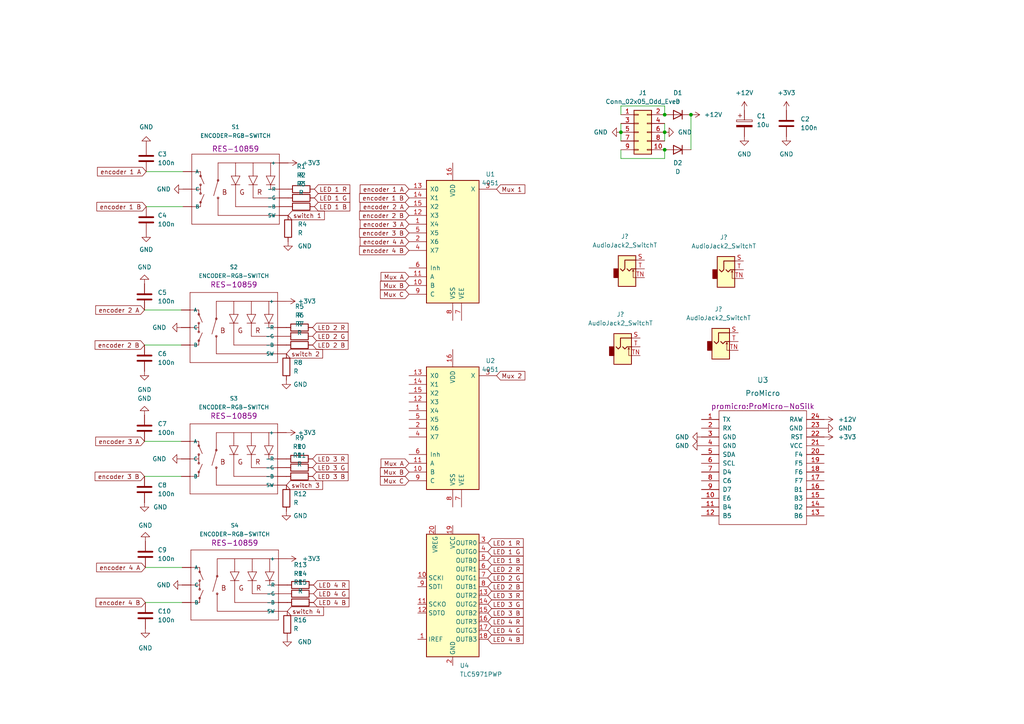
<source format=kicad_sch>
(kicad_sch (version 20211123) (generator eeschema)
  (paper "A4")
  (lib_symbols
    (symbol "4xxx:4051" (pin_names (offset 1.016))
      (property "Reference" "U" (at -7.62 19.05 0))
      (property "Value" "4051" (at -7.62 -19.05 0))
      (symbol "4051_1_0"
        (pin passive line (at -12.7 5.08 0) (length 5.08) (name "X4") (number "1"))
        (pin input line (at -12.7 -12.7 0) (length 5.08) (name "B") (number "10"))
        (pin input line (at -12.7 -10.16 0) (length 5.08) (name "A") (number "11"))
        (pin passive line (at -12.7 7.62 0) (length 5.08) (name "X3") (number "12"))
        (pin passive line (at -12.7 15.24 0) (length 5.08) (name "X0") (number "13"))
        (pin passive line (at -12.7 12.7 0) (length 5.08) (name "X1") (number "14"))
        (pin passive line (at -12.7 10.16 0) (length 5.08) (name "X2") (number "15"))
        (pin power_in line (at 0 22.86 270) (length 5.08) (name "VDD") (number "16"))
        (pin passive line (at -12.7 0 0) (length 5.08) (name "X6") (number "2"))
        (pin passive line (at 12.7 15.24 180) (length 5.08) (name "X") (number "3"))
        (pin passive line (at -12.7 -2.54 0) (length 5.08) (name "X7") (number "4"))
        (pin passive line (at -12.7 2.54 0) (length 5.08) (name "X5") (number "5"))
        (pin input line (at -12.7 -7.62 0) (length 5.08) (name "Inh") (number "6"))
        (pin power_in line (at 2.54 -22.86 90) (length 5.08) (name "VEE") (number "7"))
        (pin power_in line (at 0 -22.86 90) (length 5.08) (name "VSS") (number "8"))
        (pin input line (at -12.7 -15.24 0) (length 5.08) (name "C") (number "9"))
      )
      (symbol "4051_1_1"
        (rectangle (start -7.62 17.78) (end 7.62 -17.78) (stroke (width 0.254)) (fill (type background)))
      )
    )
    (symbol "Connector:AudioJack2_SwitchT"
      (property "Reference" "J" (at 0 8.89 0))
      (property "Value" "AudioJack2_SwitchT" (at 0 6.35 0))
      (symbol "AudioJack2_SwitchT_0_1"
        (rectangle (start -2.54 0) (end -3.81 -2.54) (stroke (width 0.254)) (fill (type outline)))
        (polyline (pts (xy 1.778 -0.254) (xy 2.032 -0.762)))
        (polyline (pts (xy 0 0) (xy 0.635 -0.635) (xy 1.27 0) (xy 2.54 0)) (stroke (width 0.254)))
        (polyline (pts (xy 2.54 -2.54) (xy 1.778 -2.54) (xy 1.778 -0.254) (xy 1.524 -0.762)))
        (polyline (pts (xy 2.54 2.54) (xy -0.635 2.54) (xy -0.635 0) (xy -1.27 -0.635) (xy -1.905 0)) (stroke (width 0.254)))
        (rectangle (start 2.54 3.81) (end -2.54 -5.08) (stroke (width 0.254)) (fill (type background)))
      )
      (symbol "AudioJack2_SwitchT_1_1"
        (pin passive line (at 5.08 2.54 180) (length 2.54) (name "~") (number "S"))
        (pin passive line (at 5.08 0 180) (length 2.54) (name "~") (number "T"))
        (pin passive line (at 5.08 -2.54 180) (length 2.54) (name "~") (number "TN"))
      )
    )
    (symbol "Connector_Generic:Conn_02x05_Odd_Even" (pin_names (offset 1.016) hide)
      (property "Reference" "J" (at 1.27 7.62 0))
      (property "Value" "Conn_02x05_Odd_Even" (at 1.27 -7.62 0))
      (symbol "Conn_02x05_Odd_Even_1_1"
        (rectangle (start -1.27 -4.953) (end 0 -5.207) (stroke (width 0.1524)))
        (rectangle (start -1.27 -2.413) (end 0 -2.667) (stroke (width 0.1524)))
        (rectangle (start -1.27 0.127) (end 0 -0.127) (stroke (width 0.1524)))
        (rectangle (start -1.27 2.667) (end 0 2.413) (stroke (width 0.1524)))
        (rectangle (start -1.27 5.207) (end 0 4.953) (stroke (width 0.1524)))
        (rectangle (start -1.27 6.35) (end 3.81 -6.35) (stroke (width 0.254)) (fill (type background)))
        (rectangle (start 3.81 -4.953) (end 2.54 -5.207) (stroke (width 0.1524)))
        (rectangle (start 3.81 -2.413) (end 2.54 -2.667) (stroke (width 0.1524)))
        (rectangle (start 3.81 0.127) (end 2.54 -0.127) (stroke (width 0.1524)))
        (rectangle (start 3.81 2.667) (end 2.54 2.413) (stroke (width 0.1524)))
        (rectangle (start 3.81 5.207) (end 2.54 4.953) (stroke (width 0.1524)))
        (pin passive line (at -5.08 5.08 0) (length 3.81) (name "Pin_1") (number "1"))
        (pin passive line (at 7.62 -5.08 180) (length 3.81) (name "Pin_10") (number "10"))
        (pin passive line (at 7.62 5.08 180) (length 3.81) (name "Pin_2") (number "2"))
        (pin passive line (at -5.08 2.54 0) (length 3.81) (name "Pin_3") (number "3"))
        (pin passive line (at 7.62 2.54 180) (length 3.81) (name "Pin_4") (number "4"))
        (pin passive line (at -5.08 0 0) (length 3.81) (name "Pin_5") (number "5"))
        (pin passive line (at 7.62 0 180) (length 3.81) (name "Pin_6") (number "6"))
        (pin passive line (at -5.08 -2.54 0) (length 3.81) (name "Pin_7") (number "7"))
        (pin passive line (at 7.62 -2.54 180) (length 3.81) (name "Pin_8") (number "8"))
        (pin passive line (at -5.08 -5.08 0) (length 3.81) (name "Pin_9") (number "9"))
      )
    )
    (symbol "Device:C" (pin_numbers hide) (pin_names (offset 0.254))
      (property "Reference" "C" (at 0.635 2.54 0))
      (property "Value" "C" (at 0.635 -2.54 0))
      (symbol "C_0_1"
        (polyline (pts (xy -2.032 -0.762) (xy 2.032 -0.762)) (stroke (width 0.508)))
        (polyline (pts (xy -2.032 0.762) (xy 2.032 0.762)) (stroke (width 0.508)))
      )
      (symbol "C_1_1"
        (pin passive line (at 0 3.81 270) (length 2.794) (name "~") (number "1"))
        (pin passive line (at 0 -3.81 90) (length 2.794) (name "~") (number "2"))
      )
    )
    (symbol "Device:C_Polarized" (pin_numbers hide) (pin_names (offset 0.254))
      (property "Reference" "C" (at 0.635 2.54 0))
      (property "Value" "C_Polarized" (at 0.635 -2.54 0))
      (symbol "C_Polarized_0_1"
        (rectangle (start -2.286 0.508) (end 2.286 1.016))
        (polyline (pts (xy -1.778 2.286) (xy -0.762 2.286)))
        (polyline (pts (xy -1.27 2.794) (xy -1.27 1.778)))
        (rectangle (start 2.286 -0.508) (end -2.286 -1.016) (fill (type outline)))
      )
      (symbol "C_Polarized_1_1"
        (pin passive line (at 0 3.81 270) (length 2.794) (name "~") (number "1"))
        (pin passive line (at 0 -3.81 90) (length 2.794) (name "~") (number "2"))
      )
    )
    (symbol "Device:D" (pin_numbers hide) (pin_names (offset 1.016) hide)
      (property "Reference" "D" (at 0 2.54 0))
      (property "Value" "D" (at 0 -2.54 0))
      (symbol "D_0_1"
        (polyline (pts (xy -1.27 1.27) (xy -1.27 -1.27)) (stroke (width 0.254)))
        (polyline (pts (xy 1.27 0) (xy -1.27 0)))
        (polyline (pts (xy 1.27 1.27) (xy 1.27 -1.27) (xy -1.27 0) (xy 1.27 1.27)) (stroke (width 0.254)))
      )
      (symbol "D_1_1"
        (pin passive line (at -3.81 0 0) (length 2.54) (name "K") (number "1"))
        (pin passive line (at 3.81 0 180) (length 2.54) (name "A") (number "2"))
      )
    )
    (symbol "Device:R" (pin_numbers hide) (pin_names (offset 0))
      (property "Reference" "R" (at 2.032 0 90))
      (property "Value" "R" (at 0 0 90))
      (symbol "R_0_1"
        (rectangle (start -1.016 -2.54) (end 1.016 2.54) (stroke (width 0.254)))
      )
      (symbol "R_1_1"
        (pin passive line (at 0 3.81 270) (length 1.27) (name "~") (number "1"))
        (pin passive line (at 0 -3.81 90) (length 1.27) (name "~") (number "2"))
      )
    )
    (symbol "Driver_LED:TLC5971PWP"
      (property "Reference" "U" (at 1.27 19.05 0))
      (property "Value" "TLC5971PWP" (at 1.27 -19.05 0))
      (symbol "TLC5971PWP_0_1"
        (rectangle (start -7.62 17.78) (end 7.62 -17.78) (stroke (width 0.254)) (fill (type background)))
        (pin input line (at -10.16 5.08 0) (length 2.54) (name "SCKI") (number "10"))
        (pin open_collector line (at 10.16 0 180) (length 2.54) (name "OUTR2") (number "13"))
        (pin open_collector line (at 10.16 -2.54 180) (length 2.54) (name "OUTG2") (number "14"))
        (pin open_collector line (at 10.16 -5.08 180) (length 2.54) (name "OUTB2") (number "15"))
        (pin open_collector line (at 10.16 -7.62 180) (length 2.54) (name "OUTR3") (number "16"))
        (pin open_collector line (at 10.16 -10.16 180) (length 2.54) (name "OUTG3") (number "17"))
        (pin open_collector line (at 10.16 -12.7 180) (length 2.54) (name "OUTB3") (number "18"))
        (pin power_in line (at 0 20.32 270) (length 2.54) (name "VCC") (number "19"))
        (pin power_in line (at 0 -20.32 90) (length 2.54) (name "GND") (number "2"))
        (pin passive line (at -5.08 20.32 270) (length 2.54) (name "VREG") (number "20"))
        (pin passive line (at 0 -20.32 90) (length 2.54) hide (name "GND") (number "21"))
        (pin open_collector line (at 10.16 15.24 180) (length 2.54) (name "OUTR0") (number "3"))
        (pin open_collector line (at 10.16 12.7 180) (length 2.54) (name "OUTG0") (number "4"))
        (pin open_collector line (at 10.16 10.16 180) (length 2.54) (name "OUTB0") (number "5"))
        (pin open_collector line (at 10.16 7.62 180) (length 2.54) (name "OUTR1") (number "6"))
        (pin open_collector line (at 10.16 5.08 180) (length 2.54) (name "OUTG1") (number "7"))
        (pin open_collector line (at 10.16 2.54 180) (length 2.54) (name "OUTB1") (number "8"))
        (pin input line (at -10.16 2.54 0) (length 2.54) (name "SDTI") (number "9"))
      )
      (symbol "TLC5971PWP_1_1"
        (pin passive line (at -10.16 -12.7 0) (length 2.54) (name "IREF") (number "1"))
        (pin output line (at -10.16 -2.54 0) (length 2.54) (name "SCKO") (number "11"))
        (pin output line (at -10.16 -5.08 0) (length 2.54) (name "SDTO") (number "12"))
      )
    )
    (symbol "SparkFun-Switches:ENCODER-RGB-SWITCH" (pin_numbers hide) (pin_names (offset 1.016))
      (property "Reference" "S" (at -12.7 11.43 0))
      (property "Value" "ENCODER-RGB-SWITCH" (at -12.7 -12.7 0))
      (property "Field4" "RES-10859" (at 0 15.24 0))
      (symbol "ENCODER-RGB-SWITCH_1_0"
        (polyline (pts (xy -12.7 -10.16) (xy 12.7 -10.16)))
        (polyline (pts (xy -12.7 -5.08) (xy -12.7 -10.16)))
        (polyline (pts (xy -12.7 0) (xy -12.7 -5.08)))
        (polyline (pts (xy -12.7 5.08) (xy -12.7 0)))
        (polyline (pts (xy -12.7 5.08) (xy -10.16 5.08)))
        (polyline (pts (xy -12.7 10.16) (xy -12.7 5.08)))
        (polyline (pts (xy -10.16 -5.08) (xy -12.7 -5.08)))
        (polyline (pts (xy -10.16 -5.08) (xy -10.16 -3.81)))
        (polyline (pts (xy -10.16 -3.81) (xy -9.144 -1.524)))
        (polyline (pts (xy -10.16 0) (xy -12.7 0)))
        (polyline (pts (xy -10.16 0) (xy -10.16 -1.27)))
        (polyline (pts (xy -10.16 0) (xy -10.16 1.27)))
        (polyline (pts (xy -10.16 3.81) (xy -9.144 1.524)))
        (polyline (pts (xy -10.16 5.08) (xy -10.16 3.81)))
        (polyline (pts (xy -5.08 -7.62) (xy -5.08 -2.54)))
        (polyline (pts (xy -5.08 -7.62) (xy 12.7 -7.62)))
        (polyline (pts (xy -5.08 2.54) (xy -6.35 -1.905)))
        (polyline (pts (xy -5.08 7.62) (xy -5.08 2.54)))
        (polyline (pts (xy -5.08 7.62) (xy 0 7.62)))
        (polyline (pts (xy -1.27 1.27) (xy 0 1.27)))
        (polyline (pts (xy -1.27 3.81) (xy 0 1.27)))
        (polyline (pts (xy -1.27 3.81) (xy 0 3.81)))
        (polyline (pts (xy 0 -5.08) (xy 0 1.27)))
        (polyline (pts (xy 0 -5.08) (xy 12.7 -5.08)))
        (polyline (pts (xy 0 1.27) (xy 1.27 1.27)))
        (polyline (pts (xy 0 1.27) (xy 1.27 3.81)))
        (polyline (pts (xy 0 3.81) (xy 1.27 3.81)))
        (polyline (pts (xy 0 7.62) (xy 0 3.81)))
        (polyline (pts (xy 0 7.62) (xy 5.08 7.62)))
        (polyline (pts (xy 3.81 1.27) (xy 5.08 1.27)))
        (polyline (pts (xy 3.81 3.81) (xy 5.08 1.27)))
        (polyline (pts (xy 3.81 3.81) (xy 5.08 3.81)))
        (polyline (pts (xy 5.08 -2.54) (xy 5.08 1.27)))
        (polyline (pts (xy 5.08 -2.54) (xy 12.7 -2.54)))
        (polyline (pts (xy 5.08 1.27) (xy 6.35 1.27)))
        (polyline (pts (xy 5.08 1.27) (xy 6.35 3.81)))
        (polyline (pts (xy 5.08 3.81) (xy 6.35 3.81)))
        (polyline (pts (xy 5.08 7.62) (xy 5.08 3.81)))
        (polyline (pts (xy 5.08 7.62) (xy 10.16 7.62)))
        (polyline (pts (xy 8.89 1.27) (xy 10.16 1.27)))
        (polyline (pts (xy 8.89 3.81) (xy 10.16 1.27)))
        (polyline (pts (xy 8.89 3.81) (xy 10.16 3.81)))
        (polyline (pts (xy 10.16 0) (xy 10.16 1.27)))
        (polyline (pts (xy 10.16 0) (xy 12.7 0)))
        (polyline (pts (xy 10.16 1.27) (xy 11.43 1.27)))
        (polyline (pts (xy 10.16 1.27) (xy 11.43 3.81)))
        (polyline (pts (xy 10.16 3.81) (xy 11.43 3.81)))
        (polyline (pts (xy 10.16 7.62) (xy 10.16 3.81)))
        (polyline (pts (xy 10.16 7.62) (xy 12.7 7.62)))
        (polyline (pts (xy 12.7 10.16) (xy -12.7 10.16)))
        (polyline (pts (xy 12.7 10.16) (xy 12.7 -10.16)))
        (text "B" (at -3.2004 -0.889 0) (effects (font (size 1.4224 1.4224))))
        (text "G" (at 1.8796 -0.889 0) (effects (font (size 1.4224 1.4224))))
        (text "R" (at 6.9596 -0.889 0) (effects (font (size 1.4224 1.4224))))
      )
      (symbol "ENCODER-RGB-SWITCH_1_1"
        (circle (center -10.16 -3.81) (radius 0.254))
        (circle (center -10.16 -1.27) (radius 0.254))
        (circle (center -10.16 1.27) (radius 0.254))
        (circle (center -10.16 3.81) (radius 0.254))
        (circle (center -5.08 -2.54) (radius 0.254))
        (circle (center -5.08 2.54) (radius 0.254))
        (pin passive line (at 15.24 0 180) (length 2.54) (name "-R") (number "1"))
        (pin passive line (at 15.24 -2.54 180) (length 2.54) (name "-G") (number "2"))
        (pin passive line (at 15.24 -7.62 180) (length 2.54) (name "SW") (number "3"))
        (pin passive line (at 15.24 -5.08 180) (length 2.54) (name "-B") (number "4"))
        (pin passive line (at 15.24 7.62 180) (length 2.54) (name "+") (number "5"))
        (pin bidirectional line (at -15.24 5.08 0) (length 2.54) (name "A") (number "A"))
        (pin bidirectional line (at -15.24 -5.08 0) (length 2.54) (name "B") (number "B"))
        (pin bidirectional line (at -15.24 0 0) (length 2.54) (name "C") (number "C"))
      )
    )
    (symbol "power:+12V" (power) (pin_names (offset 0))
      (property "Value" "+12V" (at 0 3.556 0))
      (symbol "+12V_0_1"
        (polyline (pts (xy -0.762 1.27) (xy 0 2.54)))
        (polyline (pts (xy 0 0) (xy 0 2.54)))
        (polyline (pts (xy 0 2.54) (xy 0.762 1.27)))
      )
      (symbol "+12V_1_1"
        (pin power_in line (at 0 0 90) (length 0) hide (name "+12V") (number "1"))
      )
    )
    (symbol "power:+3V3" (power) (pin_names (offset 0))
      (property "Value" "+3V3" (at 0 3.556 0))
      (symbol "+3V3_0_1"
        (polyline (pts (xy -0.762 1.27) (xy 0 2.54)))
        (polyline (pts (xy 0 0) (xy 0 2.54)))
        (polyline (pts (xy 0 2.54) (xy 0.762 1.27)))
      )
      (symbol "+3V3_1_1"
        (pin power_in line (at 0 0 90) (length 0) hide (name "+3V3") (number "1"))
      )
    )
    (symbol "power:GND" (power) (pin_names (offset 0))
      (property "Value" "GND" (at 0 -3.81 0))
      (symbol "GND_0_1"
        (polyline (pts (xy 0 0) (xy 0 -1.27) (xy 1.27 -1.27) (xy 0 -2.54) (xy -1.27 -1.27) (xy 0 -1.27)))
      )
      (symbol "GND_1_1"
        (pin power_in line (at 0 0 270) (length 0) hide (name "GND") (number "1"))
      )
    )
    (symbol "promicro:ProMicro" (pin_names (offset 1.016))
      (property "Reference" "U" (at 0 24.13 0))
      (property "Value" "ProMicro" (at 0 -13.97 0))
      (symbol "ProMicro_0_1"
        (rectangle (start -12.7 21.59) (end 12.7 -11.43))
      )
      (symbol "ProMicro_1_1"
        (pin bidirectional line (at -17.78 19.05 0) (length 5.08) (name "TX") (number "1"))
        (pin bidirectional line (at -17.78 -3.81 0) (length 5.08) (name "E6") (number "10"))
        (pin bidirectional line (at -17.78 -6.35 0) (length 5.08) (name "B4") (number "11"))
        (pin bidirectional line (at -17.78 -8.89 0) (length 5.08) (name "B5") (number "12"))
        (pin bidirectional line (at 17.78 -8.89 180) (length 5.08) (name "B6") (number "13"))
        (pin bidirectional line (at 17.78 -6.35 180) (length 5.08) (name "B2") (number "14"))
        (pin bidirectional line (at 17.78 -3.81 180) (length 5.08) (name "B3") (number "15"))
        (pin bidirectional line (at 17.78 -1.27 180) (length 5.08) (name "B1") (number "16"))
        (pin bidirectional line (at 17.78 1.27 180) (length 5.08) (name "F7") (number "17"))
        (pin bidirectional line (at 17.78 3.81 180) (length 5.08) (name "F6") (number "18"))
        (pin bidirectional line (at 17.78 6.35 180) (length 5.08) (name "F5") (number "19"))
        (pin bidirectional line (at -17.78 16.51 0) (length 5.08) (name "RX") (number "2"))
        (pin bidirectional line (at 17.78 8.89 180) (length 5.08) (name "F4") (number "20"))
        (pin power_in line (at 17.78 11.43 180) (length 5.08) (name "VCC") (number "21"))
        (pin input line (at 17.78 13.97 180) (length 5.08) (name "RST") (number "22"))
        (pin power_in line (at 17.78 16.51 180) (length 5.08) (name "GND") (number "23"))
        (pin power_out line (at 17.78 19.05 180) (length 5.08) (name "RAW") (number "24"))
        (pin power_in line (at -17.78 13.97 0) (length 5.08) (name "GND") (number "3"))
        (pin power_in line (at -17.78 11.43 0) (length 5.08) (name "GND") (number "4"))
        (pin bidirectional line (at -17.78 8.89 0) (length 5.08) (name "SDA") (number "5"))
        (pin bidirectional line (at -17.78 6.35 0) (length 5.08) (name "SCL") (number "6"))
        (pin bidirectional line (at -17.78 3.81 0) (length 5.08) (name "D4") (number "7"))
        (pin bidirectional line (at -17.78 1.27 0) (length 5.08) (name "C6") (number "8"))
        (pin bidirectional line (at -17.78 -1.27 0) (length 5.08) (name "D7") (number "9"))
      )
    )
  )
  (junction (at 200.406 33.274))
  (junction (at 192.786 43.434))
  (junction (at 192.786 33.274))
  (junction (at 180.086 38.354))
  (junction (at 192.786 38.354))
  (wire (pts (xy 41.91 89.916) (xy 52.578 89.916)))
  (wire (pts (xy 41.91 138.176) (xy 52.578 138.176)))
  (wire (pts (xy 180.086 33.274) (xy 180.086 30.734)))
  (wire (pts (xy 192.786 43.434) (xy 192.786 45.974)))
  (wire (pts (xy 180.086 30.734) (xy 192.786 30.734)))
  (wire (pts (xy 42.418 49.784) (xy 53.086 49.784)))
  (wire (pts (xy 41.91 100.076) (xy 52.578 100.076)))
  (wire (pts (xy 180.086 45.974) (xy 192.786 45.974)))
  (wire (pts (xy 180.086 38.354) (xy 180.086 40.894)))
  (wire (pts (xy 41.91 128.016) (xy 52.578 128.016)))
  (wire (pts (xy 42.418 59.944) (xy 53.086 59.944)))
  (wire (pts (xy 42.164 164.592) (xy 52.832 164.592)))
  (wire (pts (xy 192.786 38.354) (xy 192.786 40.894)))
  (wire (pts (xy 180.086 35.814) (xy 180.086 38.354)))
  (wire (pts (xy 180.086 43.434) (xy 180.086 45.974)))
  (wire (pts (xy 200.406 33.274) (xy 200.406 43.434)))
  (wire (pts (xy 192.786 35.814) (xy 192.786 38.354)))
  (wire (pts (xy 42.164 174.752) (xy 52.832 174.752)))
  (wire (pts (xy 192.786 30.734) (xy 192.786 33.274)))
  (global_label "LED 2 R" (shape input) (at 141.478 165.1 0) (property "Intersheet References" "${INTERSHEET_REFS}" (effects hide)))
  (global_label "LED 2 B" (shape input) (at 141.478 170.18 0) (property "Intersheet References" "${INTERSHEET_REFS}" (effects hide)))
  (global_label "LED 4 B" (shape input) (at 90.932 174.752 0) (property "Intersheet References" "${INTERSHEET_REFS}" (effects hide)))
  (global_label "encoder 4 B" (shape input) (at 42.164 174.752 180) (property "Intersheet References" "${INTERSHEET_REFS}" (effects hide)))
  (global_label "encoder 3 B" (shape input) (at 118.618 67.564 180) (property "Intersheet References" "${INTERSHEET_REFS}" (effects hide)))
  (global_label "encoder 1 A" (shape input) (at 118.618 54.864 180) (property "Intersheet References" "${INTERSHEET_REFS}" (effects hide)))
  (global_label "Mux C" (shape input) (at 118.618 139.446 180) (property "Intersheet References" "${INTERSHEET_REFS}" (effects hide)))
  (global_label "LED 3 R" (shape input) (at 90.678 133.096 0) (property "Intersheet References" "${INTERSHEET_REFS}" (effects hide)))
  (global_label "encoder 1 B" (shape input) (at 42.418 59.944 180) (property "Intersheet References" "${INTERSHEET_REFS}" (effects hide)))
  (global_label "LED 1 G" (shape input) (at 141.478 160.02 0) (property "Intersheet References" "${INTERSHEET_REFS}" (effects hide)))
  (global_label "switch 2" (shape input) (at 83.058 102.616 0) (property "Intersheet References" "${INTERSHEET_REFS}" (effects hide)))
  (global_label "LED 4 R" (shape input) (at 90.932 169.672 0) (property "Intersheet References" "${INTERSHEET_REFS}" (effects hide)))
  (global_label "encoder 2 A" (shape input) (at 41.91 89.916 180) (property "Intersheet References" "${INTERSHEET_REFS}" (effects hide)))
  (global_label "encoder 4 A" (shape input) (at 118.618 70.104 180) (property "Intersheet References" "${INTERSHEET_REFS}" (effects hide)))
  (global_label "LED 2 G" (shape input) (at 90.678 97.536 0) (property "Intersheet References" "${INTERSHEET_REFS}" (effects hide)))
  (global_label "Mux C" (shape input) (at 118.618 85.344 180) (property "Intersheet References" "${INTERSHEET_REFS}" (effects hide)))
  (global_label "LED 2 G" (shape input) (at 141.478 167.64 0) (property "Intersheet References" "${INTERSHEET_REFS}" (effects hide)))
  (global_label "LED 1 R" (shape input) (at 91.186 54.864 0) (property "Intersheet References" "${INTERSHEET_REFS}" (effects hide)))
  (global_label "encoder 2 B" (shape input) (at 41.91 100.076 180) (property "Intersheet References" "${INTERSHEET_REFS}" (effects hide)))
  (global_label "LED 4 G" (shape input) (at 90.932 172.212 0) (property "Intersheet References" "${INTERSHEET_REFS}" (effects hide)))
  (global_label "LED 1 R" (shape input) (at 141.478 157.48 0) (property "Intersheet References" "${INTERSHEET_REFS}" (effects hide)))
  (global_label "LED 2 B" (shape input) (at 90.678 100.076 0) (property "Intersheet References" "${INTERSHEET_REFS}" (effects hide)))
  (global_label "encoder 1 A" (shape input) (at 42.418 49.784 180) (property "Intersheet References" "${INTERSHEET_REFS}" (effects hide)))
  (global_label "LED 4 R" (shape input) (at 141.478 180.34 0) (property "Intersheet References" "${INTERSHEET_REFS}" (effects hide)))
  (global_label "Mux B" (shape input) (at 118.618 82.804 180) (property "Intersheet References" "${INTERSHEET_REFS}" (effects hide)))
  (global_label "Mux 2" (shape input) (at 144.018 108.966 0) (property "Intersheet References" "${INTERSHEET_REFS}" (effects hide)))
  (global_label "encoder 2 B" (shape input) (at 118.618 62.484 180) (property "Intersheet References" "${INTERSHEET_REFS}" (effects hide)))
  (global_label "LED 1 G" (shape input) (at 91.186 57.404 0) (property "Intersheet References" "${INTERSHEET_REFS}" (effects hide)))
  (global_label "LED 1 B" (shape input) (at 141.478 162.56 0) (property "Intersheet References" "${INTERSHEET_REFS}" (effects hide)))
  (global_label "Mux 1" (shape input) (at 144.018 54.864 0) (property "Intersheet References" "${INTERSHEET_REFS}" (effects hide)))
  (global_label "LED 1 B" (shape input) (at 91.186 59.944 0) (property "Intersheet References" "${INTERSHEET_REFS}" (effects hide)))
  (global_label "encoder 4 A" (shape input) (at 42.164 164.592 180) (property "Intersheet References" "${INTERSHEET_REFS}" (effects hide)))
  (global_label "LED 4 B" (shape input) (at 141.478 185.42 0) (property "Intersheet References" "${INTERSHEET_REFS}" (effects hide)))
  (global_label "LED 3 G" (shape input) (at 90.678 135.636 0) (property "Intersheet References" "${INTERSHEET_REFS}" (effects hide)))
  (global_label "Mux B" (shape input) (at 118.618 136.906 180) (property "Intersheet References" "${INTERSHEET_REFS}" (effects hide)))
  (global_label "encoder 1 B" (shape input) (at 118.618 57.404 180) (property "Intersheet References" "${INTERSHEET_REFS}" (effects hide)))
  (global_label "encoder 4 B" (shape input) (at 118.618 72.644 180) (property "Intersheet References" "${INTERSHEET_REFS}" (effects hide)))
  (global_label "LED 2 R" (shape input) (at 90.678 94.996 0) (property "Intersheet References" "${INTERSHEET_REFS}" (effects hide)))
  (global_label "LED 3 R" (shape input) (at 141.478 172.72 0) (property "Intersheet References" "${INTERSHEET_REFS}" (effects hide)))
  (global_label "encoder 3 A" (shape input) (at 118.618 65.024 180) (property "Intersheet References" "${INTERSHEET_REFS}" (effects hide)))
  (global_label "switch 4" (shape input) (at 83.312 177.292 0) (property "Intersheet References" "${INTERSHEET_REFS}" (effects hide)))
  (global_label "LED 3 B" (shape input) (at 90.678 138.176 0) (property "Intersheet References" "${INTERSHEET_REFS}" (effects hide)))
  (global_label "Mux A" (shape input) (at 118.618 134.366 180) (property "Intersheet References" "${INTERSHEET_REFS}" (effects hide)))
  (global_label "LED 3 B" (shape input) (at 141.478 177.8 0) (property "Intersheet References" "${INTERSHEET_REFS}" (effects hide)))
  (global_label "LED 4 G" (shape input) (at 141.478 182.88 0) (property "Intersheet References" "${INTERSHEET_REFS}" (effects hide)))
  (global_label "encoder 2 A" (shape input) (at 118.618 59.944 180) (property "Intersheet References" "${INTERSHEET_REFS}" (effects hide)))
  (global_label "LED 3 G" (shape input) (at 141.478 175.26 0) (property "Intersheet References" "${INTERSHEET_REFS}" (effects hide)))
  (global_label "encoder 3 B" (shape input) (at 41.91 138.176 180) (property "Intersheet References" "${INTERSHEET_REFS}" (effects hide)))
  (global_label "switch 3" (shape input) (at 83.058 140.716 0) (property "Intersheet References" "${INTERSHEET_REFS}" (effects hide)))
  (global_label "Mux A" (shape input) (at 118.618 80.264 180) (property "Intersheet References" "${INTERSHEET_REFS}" (effects hide)))
  (global_label "encoder 3 A" (shape input) (at 41.91 128.016 180) (property "Intersheet References" "${INTERSHEET_REFS}" (effects hide)))
  (global_label "switch 1" (shape input) (at 83.566 62.484 0) (property "Intersheet References" "${INTERSHEET_REFS}" (effects hide)))
  (symbol (lib_id "power:GND") (at 180.086 38.354 270) (unit 1)
    (property "Reference" "#PWR04" (effects hide))
    (property "Value" "GND" (at 176.276 38.3539 90) (effects (justify right)))
  )
  (symbol (lib_id "Device:C") (at 42.164 160.782 0) (unit 1)
    (property "Reference" "C9" (at 45.72 159.5119 0) (effects (justify left)))
    (property "Value" "100n" (at 45.72 162.0519 0) (effects (justify left)))
    (property "Footprint" "Capacitor_SMD:C_0805_2012Metric_Pad1.18x1.45mm_HandSolder" (effects hide))
  )
  (symbol (lib_id "Device:R") (at 87.122 172.212 90) (unit 1)
    (property "Reference" "R14" (at 87.122 166.37 90))
    (property "Value" "R" (at 87.122 168.91 90))
    (property "Footprint" "Resistor_SMD:R_0805_2012Metric_Pad1.20x1.40mm_HandSolder" (effects hide))
  )
  (symbol (lib_id "SparkFun-Switches:ENCODER-RGB-SWITCH") (at 67.818 133.096 0) (unit 1)
    (property "Reference" "S3" (at 67.818 115.57 0) (effects (font (size 1.143 1.143))))
    (property "Value" "ENCODER-RGB-SWITCH" (at 67.818 118.11 0) (effects (font (size 1.143 1.143))))
    (property "Footprint" "Switches:ENCODER_LED_3" (effects hide))
    (property "Field4" "RES-10859" (at 67.818 120.65 0) (effects (font (size 1.524 1.524))))
  )
  (symbol (lib_id "power:GND") (at 41.91 107.696 0) (unit 1)
    (property "Reference" "#PWR016" (effects hide))
    (property "Value" "GND" (at 41.91 113.03 0))
  )
  (symbol (lib_id "Device:C") (at 42.418 63.754 0) (unit 1)
    (property "Reference" "C4" (at 45.72 62.4839 0) (effects (justify left)))
    (property "Value" "100n" (at 45.72 65.0239 0) (effects (justify left)))
    (property "Footprint" "Capacitor_SMD:C_0805_2012Metric_Pad1.18x1.45mm_HandSolder" (effects hide))
  )
  (symbol (lib_id "SparkFun-Switches:ENCODER-RGB-SWITCH") (at 68.072 169.672 0) (unit 1)
    (property "Reference" "S4" (at 68.072 152.4 0) (effects (font (size 1.143 1.143))))
    (property "Value" "ENCODER-RGB-SWITCH" (at 68.072 154.94 0) (effects (font (size 1.143 1.143))))
    (property "Footprint" "Switches:ENCODER_LED_3" (effects hide))
    (property "Field4" "RES-10859" (at 68.072 157.48 0) (effects (font (size 1.524 1.524))))
  )
  (symbol (lib_id "promicro:ProMicro") (at 221.234 140.716 0) (unit 1)
    (property "Reference" "U3" (at 221.234 110.236 0) (effects (font (size 1.524 1.524))))
    (property "Value" "ProMicro" (at 221.234 114.046 0) (effects (font (size 1.524 1.524))))
    (property "Footprint" "promicro:ProMicro-NoSilk" (at 221.234 117.856 0) (effects (font (size 1.524 1.524))))
  )
  (symbol (lib_id "SparkFun-Switches:ENCODER-RGB-SWITCH") (at 68.326 54.864 0) (unit 1)
    (property "Reference" "S1" (at 68.326 36.83 0) (effects (font (size 1.143 1.143))))
    (property "Value" "ENCODER-RGB-SWITCH" (at 68.326 39.37 0) (effects (font (size 1.143 1.143))))
    (property "Footprint" "Switches:ENCODER_LED_3" (effects hide))
    (property "Field4" "RES-10859" (at 68.326 43.18 0) (effects (font (size 1.524 1.524))))
  )
  (symbol (lib_id "power:GND") (at 42.418 42.164 180) (unit 1)
    (property "Reference" "#PWR08" (effects hide))
    (property "Value" "GND" (at 42.418 36.83 0))
  )
  (symbol (lib_id "Device:R") (at 83.566 66.294 180) (unit 1)
    (property "Reference" "R4" (at 86.36 65.0239 0) (effects (justify right)))
    (property "Value" "R" (at 86.36 67.5639 0) (effects (justify right)))
    (property "Footprint" "Resistor_SMD:R_0805_2012Metric_Pad1.20x1.40mm_HandSolder" (effects hide))
  )
  (symbol (lib_id "Device:C") (at 41.91 124.206 0) (unit 1)
    (property "Reference" "C7" (at 45.72 122.9359 0) (effects (justify left)))
    (property "Value" "100n" (at 45.72 125.4759 0) (effects (justify left)))
    (property "Footprint" "Capacitor_SMD:C_0805_2012Metric_Pad1.18x1.45mm_HandSolder" (effects hide))
  )
  (symbol (lib_id "power:+3V3") (at 83.312 162.052 270) (unit 1)
    (property "Reference" "#PWR029" (effects hide))
    (property "Value" "+3V3" (at 87.63 162.0519 90) (effects (justify left)))
  )
  (symbol (lib_id "Device:R") (at 86.868 97.536 90) (unit 1)
    (property "Reference" "R6" (at 86.868 91.44 90))
    (property "Value" "R" (at 86.868 93.98 90))
    (property "Footprint" "Resistor_SMD:R_0805_2012Metric_Pad1.20x1.40mm_HandSolder" (effects hide))
  )
  (symbol (lib_id "Device:R") (at 87.122 169.672 90) (unit 1)
    (property "Reference" "R13" (at 87.122 163.83 90))
    (property "Value" "R" (at 87.122 166.37 90))
    (property "Footprint" "Resistor_SMD:R_0805_2012Metric_Pad1.20x1.40mm_HandSolder" (effects hide))
  )
  (symbol (lib_id "4xxx:4051") (at 131.318 124.206 0) (unit 1)
    (property "Reference" "U2" (at 142.24 104.6353 0))
    (property "Value" "4051" (at 142.24 107.1753 0))
    (property "Footprint" "Package_SO:TSSOP-16_4.4x5mm_P0.65mm" (effects hide))
    (property "Datasheet" "http://www.intersil.com/content/dam/Intersil/documents/cd40/cd4051bms-52bms-53bms.pdf" (effects hide))
  )
  (symbol (lib_id "Device:R") (at 83.058 106.426 180) (unit 1)
    (property "Reference" "R8" (at 85.09 105.1559 0) (effects (justify right)))
    (property "Value" "R" (at 85.09 107.6959 0) (effects (justify right)))
    (property "Footprint" "Resistor_SMD:R_0805_2012Metric_Pad1.20x1.40mm_HandSolder" (effects hide))
  )
  (symbol (lib_id "power:GND") (at 42.164 182.372 0) (unit 1)
    (property "Reference" "#PWR031" (effects hide))
    (property "Value" "GND" (at 42.164 187.96 0))
  )
  (symbol (lib_id "power:GND") (at 192.786 38.354 90) (unit 1)
    (property "Reference" "#PWR05" (effects hide))
    (property "Value" "GND" (at 196.596 38.3539 90) (effects (justify right)))
  )
  (symbol (lib_id "power:GND") (at 83.058 148.336 0) (unit 1)
    (property "Reference" "#PWR027" (effects hide))
    (property "Value" "GND" (at 85.09 149.6059 0) (effects (justify left)))
  )
  (symbol (lib_id "power:GND") (at 52.832 169.672 270) (unit 1)
    (property "Reference" "#PWR030" (effects hide))
    (property "Value" "GND" (at 49.53 169.6719 90) (effects (justify right)))
  )
  (symbol (lib_id "4xxx:4051") (at 131.318 70.104 0) (unit 1)
    (property "Reference" "U1" (at 142.24 50.5333 0))
    (property "Value" "4051" (at 142.24 53.0733 0))
    (property "Footprint" "Package_SO:TSSOP-16_4.4x5mm_P0.65mm" (effects hide))
    (property "Datasheet" "http://www.intersil.com/content/dam/Intersil/documents/cd40/cd4051bms-52bms-53bms.pdf" (effects hide))
  )
  (symbol (lib_id "Device:R") (at 86.868 100.076 90) (unit 1)
    (property "Reference" "R7" (at 86.868 93.98 90))
    (property "Value" "R" (at 86.868 96.52 90))
    (property "Footprint" "Resistor_SMD:R_0805_2012Metric_Pad1.20x1.40mm_HandSolder" (effects hide))
  )
  (symbol (lib_id "power:GND") (at 215.9 39.624 0) (unit 1)
    (property "Reference" "#PWR06" (effects hide))
    (property "Value" "GND" (at 215.9 44.704 0))
  )
  (symbol (lib_id "Device:R") (at 86.868 94.996 90) (unit 1)
    (property "Reference" "R5" (at 86.868 88.9 90))
    (property "Value" "R" (at 86.868 91.44 90))
    (property "Footprint" "Resistor_SMD:R_0805_2012Metric_Pad1.20x1.40mm_HandSolder" (effects hide))
  )
  (symbol (lib_id "power:+12V") (at 239.014 121.666 270) (unit 1)
    (property "Reference" "#PWR019" (effects hide))
    (property "Value" "+12V" (at 243.078 121.6659 90) (effects (justify left)))
  )
  (symbol (lib_id "Device:D") (at 196.596 33.274 180) (unit 1)
    (property "Reference" "D1" (at 196.596 26.924 0))
    (property "Value" "D" (at 196.596 29.464 0))
    (property "Footprint" "Diode_SMD:D_SOD-123" (effects hide))
  )
  (symbol (lib_id "power:GND") (at 239.014 124.206 90) (mirror x) (unit 1)
    (property "Reference" "#PWR020" (effects hide))
    (property "Value" "GND" (at 243.078 124.2059 90) (effects (justify right)))
  )
  (symbol (lib_id "Device:R") (at 86.868 138.176 90) (unit 1)
    (property "Reference" "R11" (at 86.868 132.08 90))
    (property "Value" "R" (at 86.868 134.62 90))
    (property "Footprint" "Resistor_SMD:R_0805_2012Metric_Pad1.20x1.40mm_HandSolder" (effects hide))
  )
  (symbol (lib_id "Connector:AudioJack2_SwitchT") (at 181.864 77.978 0) (unit 1)
    (property "Reference" "J?" (at 181.229 68.58 0))
    (property "Value" "AudioJack2_SwitchT" (at 181.229 71.12 0))
  )
  (symbol (lib_id "Device:R") (at 87.122 174.752 90) (unit 1)
    (property "Reference" "R15" (at 87.122 168.91 90))
    (property "Value" "R" (at 87.122 171.45 90))
    (property "Footprint" "Resistor_SMD:R_0805_2012Metric_Pad1.20x1.40mm_HandSolder" (effects hide))
  )
  (symbol (lib_id "power:+3V3") (at 83.058 125.476 270) (unit 1)
    (property "Reference" "#PWR021" (effects hide))
    (property "Value" "+3V3" (at 86.36 125.4759 90) (effects (justify left)))
  )
  (symbol (lib_id "Device:C") (at 228.092 35.814 0) (unit 1)
    (property "Reference" "C2" (at 232.156 34.5439 0) (effects (justify left)))
    (property "Value" "100n" (at 232.156 37.0839 0) (effects (justify left)))
    (property "Footprint" "Capacitor_SMD:C_0805_2012Metric_Pad1.18x1.45mm_HandSolder" (effects hide))
  )
  (symbol (lib_id "power:+3V3") (at 83.058 87.376 270) (unit 1)
    (property "Reference" "#PWR014" (effects hide))
    (property "Value" "+3V3" (at 86.36 87.3759 90) (effects (justify left)))
  )
  (symbol (lib_id "power:GND") (at 83.566 70.104 0) (unit 1)
    (property "Reference" "#PWR012" (effects hide))
    (property "Value" "GND" (at 86.36 71.3739 0) (effects (justify left)))
  )
  (symbol (lib_id "power:GND") (at 203.454 126.746 270) (unit 1)
    (property "Reference" "#PWR022" (effects hide))
    (property "Value" "GND" (at 199.898 126.7459 90) (effects (justify right)))
  )
  (symbol (lib_id "Connector:AudioJack2_SwitchT") (at 180.594 100.584 0) (unit 1)
    (property "Reference" "J?" (at 179.959 91.186 0))
    (property "Value" "AudioJack2_SwitchT" (at 179.959 93.726 0))
  )
  (symbol (lib_id "power:GND") (at 83.312 184.912 0) (unit 1)
    (property "Reference" "#PWR032" (effects hide))
    (property "Value" "GND" (at 86.36 186.1819 0) (effects (justify left)))
  )
  (symbol (lib_id "Device:C_Polarized") (at 215.9 35.814 0) (unit 1)
    (property "Reference" "C1" (at 219.456 33.6549 0) (effects (justify left)))
    (property "Value" "10u" (at 219.456 36.1949 0) (effects (justify left)))
    (property "Footprint" "Capacitor_SMD:CP_Elec_5x4.5" (effects hide))
  )
  (symbol (lib_id "power:GND") (at 53.086 54.864 270) (unit 1)
    (property "Reference" "#PWR010" (effects hide))
    (property "Value" "GND" (at 49.53 54.8639 90) (effects (justify right)))
  )
  (symbol (lib_id "Device:D") (at 196.596 43.434 180) (unit 1)
    (property "Reference" "D2" (at 196.596 47.244 0))
    (property "Value" "D" (at 196.596 49.784 0))
    (property "Footprint" "Diode_SMD:D_SOD-123" (effects hide))
  )
  (symbol (lib_id "power:+12V") (at 200.406 33.274 270) (unit 1)
    (property "Reference" "#PWR03" (effects hide))
    (property "Value" "+12V" (at 204.216 33.2739 90) (effects (justify left)))
  )
  (symbol (lib_id "power:+3V3") (at 239.014 126.746 270) (unit 1)
    (property "Reference" "#PWR023" (effects hide))
    (property "Value" "+3V3" (at 243.078 126.7459 90) (effects (justify left)))
  )
  (symbol (lib_id "Device:R") (at 87.376 54.864 90) (unit 1)
    (property "Reference" "R1" (at 87.376 48.26 90))
    (property "Value" "R" (at 87.376 50.8 90))
    (property "Footprint" "Resistor_SMD:R_0805_2012Metric_Pad1.20x1.40mm_HandSolder" (effects hide))
  )
  (symbol (lib_id "power:+12V") (at 215.9 32.004 0) (unit 1)
    (property "Reference" "#PWR01" (effects hide))
    (property "Value" "+12V" (at 215.9 26.924 0))
  )
  (symbol (lib_id "Device:C") (at 42.164 178.562 0) (unit 1)
    (property "Reference" "C10" (at 45.72 177.2919 0) (effects (justify left)))
    (property "Value" "100n" (at 45.72 179.8319 0) (effects (justify left)))
    (property "Footprint" "Capacitor_SMD:C_0805_2012Metric_Pad1.18x1.45mm_HandSolder" (effects hide))
  )
  (symbol (lib_id "Device:R") (at 87.376 57.404 90) (unit 1)
    (property "Reference" "R2" (at 87.376 50.8 90))
    (property "Value" "R" (at 87.376 53.34 90))
    (property "Footprint" "Resistor_SMD:R_0805_2012Metric_Pad1.20x1.40mm_HandSolder" (effects hide))
  )
  (symbol (lib_id "power:GND") (at 41.91 120.396 180) (unit 1)
    (property "Reference" "#PWR018" (effects hide))
    (property "Value" "GND" (at 41.91 115.57 0))
  )
  (symbol (lib_id "Device:R") (at 83.058 144.526 180) (unit 1)
    (property "Reference" "R12" (at 85.09 143.2559 0) (effects (justify right)))
    (property "Value" "R" (at 85.09 145.7959 0) (effects (justify right)))
    (property "Footprint" "Resistor_SMD:R_0805_2012Metric_Pad1.20x1.40mm_HandSolder" (effects hide))
  )
  (symbol (lib_id "Device:R") (at 86.868 133.096 90) (unit 1)
    (property "Reference" "R9" (at 86.868 127 90))
    (property "Value" "R" (at 86.868 129.54 90))
    (property "Footprint" "Resistor_SMD:R_0805_2012Metric_Pad1.20x1.40mm_HandSolder" (effects hide))
  )
  (symbol (lib_id "Device:C") (at 41.91 103.886 0) (unit 1)
    (property "Reference" "C6" (at 45.72 102.6159 0) (effects (justify left)))
    (property "Value" "100n" (at 45.72 105.1559 0) (effects (justify left)))
    (property "Footprint" "Capacitor_SMD:C_0805_2012Metric_Pad1.18x1.45mm_HandSolder" (effects hide))
  )
  (symbol (lib_id "power:GND") (at 42.164 156.972 180) (unit 1)
    (property "Reference" "#PWR028" (effects hide))
    (property "Value" "GND" (at 42.164 152.4 0))
  )
  (symbol (lib_id "Connector_Generic:Conn_02x05_Odd_Even") (at 185.166 38.354 0) (unit 1)
    (property "Reference" "J1" (at 186.436 26.924 0))
    (property "Value" "Conn_02x05_Odd_Even" (at 186.436 29.464 0))
    (property "Footprint" "Connector_PinHeader_2.54mm:PinHeader_2x05_P2.54mm_Vertical_SMD" (effects hide))
  )
  (symbol (lib_id "power:GND") (at 52.578 94.996 270) (unit 1)
    (property "Reference" "#PWR015" (effects hide))
    (property "Value" "GND" (at 48.26 94.9959 90) (effects (justify right)))
  )
  (symbol (lib_id "power:+3V3") (at 83.566 47.244 270) (unit 1)
    (property "Reference" "#PWR09" (effects hide))
    (property "Value" "+3V3" (at 87.63 47.2439 90) (effects (justify left)))
  )
  (symbol (lib_id "power:GND") (at 41.91 82.296 180) (unit 1)
    (property "Reference" "#PWR013" (effects hide))
    (property "Value" "GND" (at 41.91 77.47 0))
  )
  (symbol (lib_id "Device:C") (at 41.91 141.986 0) (unit 1)
    (property "Reference" "C8" (at 45.72 140.7159 0) (effects (justify left)))
    (property "Value" "100n" (at 45.72 143.2559 0) (effects (justify left)))
    (property "Footprint" "Capacitor_SMD:C_0805_2012Metric_Pad1.18x1.45mm_HandSolder" (effects hide))
  )
  (symbol (lib_id "power:+3V3") (at 228.092 32.004 0) (unit 1)
    (property "Reference" "#PWR02" (effects hide))
    (property "Value" "+3V3" (at 228.092 26.924 0))
  )
  (symbol (lib_id "Driver_LED:TLC5971PWP") (at 131.318 172.72 0) (unit 1)
    (property "Reference" "U4" (at 133.3374 193.04 0) (effects (justify left)))
    (property "Value" "TLC5971PWP" (at 133.3374 195.58 0) (effects (justify left)))
    (property "Footprint" "Package_SO:HTSSOP-20-1EP_4.4x6.5mm_P0.65mm_EP3.4x6.5mm_Mask2.75x3.43mm_ThermalVias" (effects hide))
    (property "Datasheet" "http://www.ti.com/lit/ds/symlink/tlc5971.pdf" (effects hide))
  )
  (symbol (lib_id "power:GND") (at 228.092 39.624 0) (unit 1)
    (property "Reference" "#PWR07" (effects hide))
    (property "Value" "GND" (at 228.092 44.704 0))
  )
  (symbol (lib_id "power:GND") (at 203.454 129.286 270) (unit 1)
    (property "Reference" "#PWR024" (effects hide))
    (property "Value" "GND" (at 199.898 129.2859 90) (effects (justify right)))
  )
  (symbol (lib_id "power:GND") (at 83.058 110.236 0) (unit 1)
    (property "Reference" "#PWR017" (effects hide))
    (property "Value" "GND" (at 85.09 111.5059 0) (effects (justify left)))
  )
  (symbol (lib_id "Connector:AudioJack2_SwitchT") (at 209.042 99.06 0) (unit 1)
    (property "Reference" "J?" (at 208.407 89.662 0))
    (property "Value" "AudioJack2_SwitchT" (at 208.407 92.202 0))
  )
  (symbol (lib_id "power:GND") (at 41.91 145.796 0) (unit 1)
    (property "Reference" "#PWR026" (effects hide))
    (property "Value" "GND" (at 44.45 147.0659 0) (effects (justify left)))
  )
  (symbol (lib_id "Connector:AudioJack2_SwitchT") (at 210.566 78.232 0) (unit 1)
    (property "Reference" "J?" (at 209.931 68.834 0))
    (property "Value" "AudioJack2_SwitchT" (at 209.931 71.374 0))
  )
  (symbol (lib_id "power:GND") (at 52.578 133.096 270) (unit 1)
    (property "Reference" "#PWR025" (effects hide))
    (property "Value" "GND" (at 48.26 133.0959 90) (effects (justify right)))
  )
  (symbol (lib_id "Device:C") (at 42.418 45.974 0) (unit 1)
    (property "Reference" "C3" (at 45.72 44.7039 0) (effects (justify left)))
    (property "Value" "100n" (at 45.72 47.2439 0) (effects (justify left)))
    (property "Footprint" "Capacitor_SMD:C_0805_2012Metric_Pad1.18x1.45mm_HandSolder" (effects hide))
  )
  (symbol (lib_id "Device:C") (at 41.91 86.106 0) (unit 1)
    (property "Reference" "C5" (at 45.72 84.8359 0) (effects (justify left)))
    (property "Value" "100n" (at 45.72 87.3759 0) (effects (justify left)))
    (property "Footprint" "Capacitor_SMD:C_0805_2012Metric_Pad1.18x1.45mm_HandSolder" (effects hide))
  )
  (symbol (lib_id "Device:R") (at 83.312 181.102 180) (unit 1)
    (property "Reference" "R16" (at 85.09 179.8319 0) (effects (justify right)))
    (property "Value" "R" (at 85.09 182.3719 0) (effects (justify right)))
    (property "Footprint" "Resistor_SMD:R_0805_2012Metric_Pad1.20x1.40mm_HandSolder" (effects hide))
  )
  (symbol (lib_id "SparkFun-Switches:ENCODER-RGB-SWITCH") (at 67.818 94.996 0) (unit 1)
    (property "Reference" "S2" (at 67.818 77.47 0) (effects (font (size 1.143 1.143))))
    (property "Value" "ENCODER-RGB-SWITCH" (at 67.818 80.01 0) (effects (font (size 1.143 1.143))))
    (property "Footprint" "Switches:ENCODER_LED_3" (effects hide))
    (property "Field4" "RES-10859" (at 67.818 82.55 0) (effects (font (size 1.524 1.524))))
  )
  (symbol (lib_id "Device:R") (at 87.376 59.944 90) (unit 1)
    (property "Reference" "R3" (at 87.376 53.34 90))
    (property "Value" "R" (at 87.376 55.88 90))
    (property "Footprint" "Resistor_SMD:R_0805_2012Metric_Pad1.20x1.40mm_HandSolder" (effects hide))
  )
  (symbol (lib_id "Device:R") (at 86.868 135.636 90) (unit 1)
    (property "Reference" "R10" (at 86.868 129.54 90))
    (property "Value" "R" (at 86.868 132.08 90))
    (property "Footprint" "Resistor_SMD:R_0805_2012Metric_Pad1.20x1.40mm_HandSolder" (effects hide))
  )
  (symbol (lib_id "power:GND") (at 42.418 67.564 0) (unit 1)
    (property "Reference" "#PWR011" (effects hide))
    (property "Value" "GND" (at 42.418 72.39 0))
  )
)
</source>
